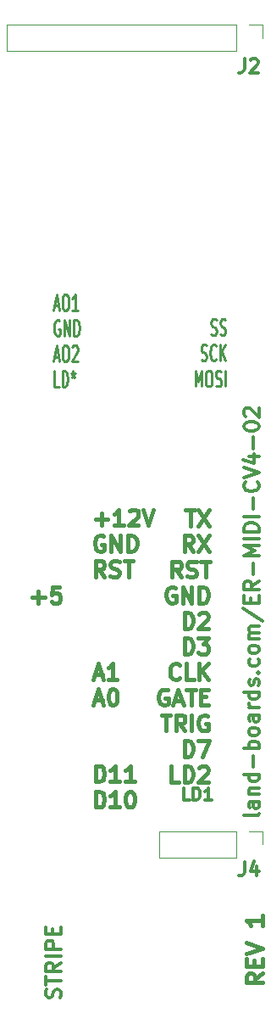
<source format=gto>
%TF.GenerationSoftware,KiCad,Pcbnew,(6.0.1)*%
%TF.CreationDate,2022-11-12T11:03:44-05:00*%
%TF.ProjectId,ER-MIDI-CV4-02_DB,45522d4d-4944-4492-9d43-56342d30325f,1*%
%TF.SameCoordinates,Original*%
%TF.FileFunction,Legend,Top*%
%TF.FilePolarity,Positive*%
%FSLAX46Y46*%
G04 Gerber Fmt 4.6, Leading zero omitted, Abs format (unit mm)*
G04 Created by KiCad (PCBNEW (6.0.1)) date 2022-11-12 11:03:44*
%MOMM*%
%LPD*%
G01*
G04 APERTURE LIST*
%ADD10C,0.375000*%
%ADD11C,0.412750*%
%ADD12C,0.396875*%
%ADD13C,0.238125*%
%ADD14C,0.300000*%
%ADD15C,0.349250*%
%ADD16C,0.120000*%
G04 APERTURE END LIST*
D10*
X107606142Y-131285714D02*
X107677571Y-131071428D01*
X107677571Y-130714285D01*
X107606142Y-130571428D01*
X107534714Y-130500000D01*
X107391857Y-130428571D01*
X107249000Y-130428571D01*
X107106142Y-130500000D01*
X107034714Y-130571428D01*
X106963285Y-130714285D01*
X106891857Y-131000000D01*
X106820428Y-131142857D01*
X106749000Y-131214285D01*
X106606142Y-131285714D01*
X106463285Y-131285714D01*
X106320428Y-131214285D01*
X106249000Y-131142857D01*
X106177571Y-131000000D01*
X106177571Y-130642857D01*
X106249000Y-130428571D01*
X106177571Y-130000000D02*
X106177571Y-129142857D01*
X107677571Y-129571428D02*
X106177571Y-129571428D01*
X107677571Y-127785714D02*
X106963285Y-128285714D01*
X107677571Y-128642857D02*
X106177571Y-128642857D01*
X106177571Y-128071428D01*
X106249000Y-127928571D01*
X106320428Y-127857142D01*
X106463285Y-127785714D01*
X106677571Y-127785714D01*
X106820428Y-127857142D01*
X106891857Y-127928571D01*
X106963285Y-128071428D01*
X106963285Y-128642857D01*
X107677571Y-127142857D02*
X106177571Y-127142857D01*
X107677571Y-126428571D02*
X106177571Y-126428571D01*
X106177571Y-125857142D01*
X106249000Y-125714285D01*
X106320428Y-125642857D01*
X106463285Y-125571428D01*
X106677571Y-125571428D01*
X106820428Y-125642857D01*
X106891857Y-125714285D01*
X106963285Y-125857142D01*
X106963285Y-126428571D01*
X106891857Y-124928571D02*
X106891857Y-124428571D01*
X107677571Y-124214285D02*
X107677571Y-124928571D01*
X106177571Y-124928571D01*
X106177571Y-124214285D01*
D11*
X127873880Y-128850571D02*
X127087690Y-129400904D01*
X127873880Y-129794000D02*
X126222880Y-129794000D01*
X126222880Y-129165047D01*
X126301500Y-129007809D01*
X126380119Y-128929190D01*
X126537357Y-128850571D01*
X126773214Y-128850571D01*
X126930452Y-128929190D01*
X127009071Y-129007809D01*
X127087690Y-129165047D01*
X127087690Y-129794000D01*
X127009071Y-128143000D02*
X127009071Y-127592666D01*
X127873880Y-127356809D02*
X127873880Y-128143000D01*
X126222880Y-128143000D01*
X126222880Y-127356809D01*
X126222880Y-126885095D02*
X127873880Y-126334761D01*
X126222880Y-125784428D01*
X127873880Y-123111380D02*
X127873880Y-124054809D01*
X127873880Y-123583095D02*
X126222880Y-123583095D01*
X126458738Y-123740333D01*
X126615976Y-123897571D01*
X126694595Y-124054809D01*
D12*
X120171801Y-82617279D02*
X121078944Y-82617279D01*
X120625372Y-84204779D02*
X120625372Y-82617279D01*
X121456920Y-82617279D02*
X122515253Y-84204779D01*
X122515253Y-82617279D02*
X121456920Y-84204779D01*
X120927753Y-86760654D02*
X120398586Y-86004702D01*
X120020610Y-86760654D02*
X120020610Y-85173154D01*
X120625372Y-85173154D01*
X120776563Y-85248750D01*
X120852158Y-85324345D01*
X120927753Y-85475535D01*
X120927753Y-85702321D01*
X120852158Y-85853511D01*
X120776563Y-85929107D01*
X120625372Y-86004702D01*
X120020610Y-86004702D01*
X121456920Y-85173154D02*
X122515253Y-86760654D01*
X122515253Y-85173154D02*
X121456920Y-86760654D01*
X119718229Y-89316529D02*
X119189063Y-88560577D01*
X118811086Y-89316529D02*
X118811086Y-87729029D01*
X119415848Y-87729029D01*
X119567039Y-87804625D01*
X119642634Y-87880220D01*
X119718229Y-88031410D01*
X119718229Y-88258196D01*
X119642634Y-88409386D01*
X119567039Y-88484982D01*
X119415848Y-88560577D01*
X118811086Y-88560577D01*
X120322991Y-89240934D02*
X120549777Y-89316529D01*
X120927753Y-89316529D01*
X121078944Y-89240934D01*
X121154539Y-89165339D01*
X121230134Y-89014148D01*
X121230134Y-88862958D01*
X121154539Y-88711767D01*
X121078944Y-88636172D01*
X120927753Y-88560577D01*
X120625372Y-88484982D01*
X120474182Y-88409386D01*
X120398586Y-88333791D01*
X120322991Y-88182601D01*
X120322991Y-88031410D01*
X120398586Y-87880220D01*
X120474182Y-87804625D01*
X120625372Y-87729029D01*
X121003348Y-87729029D01*
X121230134Y-87804625D01*
X121683705Y-87729029D02*
X122590848Y-87729029D01*
X122137277Y-89316529D02*
X122137277Y-87729029D01*
X119113467Y-90360500D02*
X118962277Y-90284904D01*
X118735491Y-90284904D01*
X118508705Y-90360500D01*
X118357515Y-90511690D01*
X118281920Y-90662880D01*
X118206324Y-90965261D01*
X118206324Y-91192047D01*
X118281920Y-91494428D01*
X118357515Y-91645619D01*
X118508705Y-91796809D01*
X118735491Y-91872404D01*
X118886682Y-91872404D01*
X119113467Y-91796809D01*
X119189063Y-91721214D01*
X119189063Y-91192047D01*
X118886682Y-91192047D01*
X119869420Y-91872404D02*
X119869420Y-90284904D01*
X120776563Y-91872404D01*
X120776563Y-90284904D01*
X121532515Y-91872404D02*
X121532515Y-90284904D01*
X121910491Y-90284904D01*
X122137277Y-90360500D01*
X122288467Y-90511690D01*
X122364063Y-90662880D01*
X122439658Y-90965261D01*
X122439658Y-91192047D01*
X122364063Y-91494428D01*
X122288467Y-91645619D01*
X122137277Y-91796809D01*
X121910491Y-91872404D01*
X121532515Y-91872404D01*
X120020610Y-94428279D02*
X120020610Y-92840779D01*
X120398586Y-92840779D01*
X120625372Y-92916375D01*
X120776563Y-93067565D01*
X120852158Y-93218755D01*
X120927753Y-93521136D01*
X120927753Y-93747922D01*
X120852158Y-94050303D01*
X120776563Y-94201494D01*
X120625372Y-94352684D01*
X120398586Y-94428279D01*
X120020610Y-94428279D01*
X121532515Y-92991970D02*
X121608110Y-92916375D01*
X121759301Y-92840779D01*
X122137277Y-92840779D01*
X122288467Y-92916375D01*
X122364063Y-92991970D01*
X122439658Y-93143160D01*
X122439658Y-93294351D01*
X122364063Y-93521136D01*
X121456920Y-94428279D01*
X122439658Y-94428279D01*
X120020610Y-96984154D02*
X120020610Y-95396654D01*
X120398586Y-95396654D01*
X120625372Y-95472250D01*
X120776563Y-95623440D01*
X120852158Y-95774630D01*
X120927753Y-96077011D01*
X120927753Y-96303797D01*
X120852158Y-96606178D01*
X120776563Y-96757369D01*
X120625372Y-96908559D01*
X120398586Y-96984154D01*
X120020610Y-96984154D01*
X121456920Y-95396654D02*
X122439658Y-95396654D01*
X121910491Y-96001416D01*
X122137277Y-96001416D01*
X122288467Y-96077011D01*
X122364063Y-96152607D01*
X122439658Y-96303797D01*
X122439658Y-96681773D01*
X122364063Y-96832964D01*
X122288467Y-96908559D01*
X122137277Y-96984154D01*
X121683705Y-96984154D01*
X121532515Y-96908559D01*
X121456920Y-96832964D01*
X119567039Y-99388839D02*
X119491444Y-99464434D01*
X119264658Y-99540029D01*
X119113467Y-99540029D01*
X118886682Y-99464434D01*
X118735491Y-99313244D01*
X118659896Y-99162053D01*
X118584301Y-98859672D01*
X118584301Y-98632886D01*
X118659896Y-98330505D01*
X118735491Y-98179315D01*
X118886682Y-98028125D01*
X119113467Y-97952529D01*
X119264658Y-97952529D01*
X119491444Y-98028125D01*
X119567039Y-98103720D01*
X121003348Y-99540029D02*
X120247396Y-99540029D01*
X120247396Y-97952529D01*
X121532515Y-99540029D02*
X121532515Y-97952529D01*
X122439658Y-99540029D02*
X121759301Y-98632886D01*
X122439658Y-97952529D02*
X121532515Y-98859672D01*
X118357515Y-100584000D02*
X118206324Y-100508404D01*
X117979539Y-100508404D01*
X117752753Y-100584000D01*
X117601563Y-100735190D01*
X117525967Y-100886380D01*
X117450372Y-101188761D01*
X117450372Y-101415547D01*
X117525967Y-101717928D01*
X117601563Y-101869119D01*
X117752753Y-102020309D01*
X117979539Y-102095904D01*
X118130729Y-102095904D01*
X118357515Y-102020309D01*
X118433110Y-101944714D01*
X118433110Y-101415547D01*
X118130729Y-101415547D01*
X119037872Y-101642333D02*
X119793824Y-101642333D01*
X118886682Y-102095904D02*
X119415848Y-100508404D01*
X119945015Y-102095904D01*
X120247396Y-100508404D02*
X121154539Y-100508404D01*
X120700967Y-102095904D02*
X120700967Y-100508404D01*
X121683705Y-101264357D02*
X122212872Y-101264357D01*
X122439658Y-102095904D02*
X121683705Y-102095904D01*
X121683705Y-100508404D01*
X122439658Y-100508404D01*
X117752753Y-103064279D02*
X118659896Y-103064279D01*
X118206324Y-104651779D02*
X118206324Y-103064279D01*
X120096205Y-104651779D02*
X119567039Y-103895827D01*
X119189063Y-104651779D02*
X119189063Y-103064279D01*
X119793824Y-103064279D01*
X119945015Y-103139875D01*
X120020610Y-103215470D01*
X120096205Y-103366660D01*
X120096205Y-103593446D01*
X120020610Y-103744636D01*
X119945015Y-103820232D01*
X119793824Y-103895827D01*
X119189063Y-103895827D01*
X120776563Y-104651779D02*
X120776563Y-103064279D01*
X122364063Y-103139875D02*
X122212872Y-103064279D01*
X121986086Y-103064279D01*
X121759301Y-103139875D01*
X121608110Y-103291065D01*
X121532515Y-103442255D01*
X121456920Y-103744636D01*
X121456920Y-103971422D01*
X121532515Y-104273803D01*
X121608110Y-104424994D01*
X121759301Y-104576184D01*
X121986086Y-104651779D01*
X122137277Y-104651779D01*
X122364063Y-104576184D01*
X122439658Y-104500589D01*
X122439658Y-103971422D01*
X122137277Y-103971422D01*
X120020610Y-107207654D02*
X120020610Y-105620154D01*
X120398586Y-105620154D01*
X120625372Y-105695750D01*
X120776563Y-105846940D01*
X120852158Y-105998130D01*
X120927753Y-106300511D01*
X120927753Y-106527297D01*
X120852158Y-106829678D01*
X120776563Y-106980869D01*
X120625372Y-107132059D01*
X120398586Y-107207654D01*
X120020610Y-107207654D01*
X121456920Y-105620154D02*
X122515253Y-105620154D01*
X121834896Y-107207654D01*
X119491444Y-109763529D02*
X118735491Y-109763529D01*
X118735491Y-108176029D01*
X120020610Y-109763529D02*
X120020610Y-108176029D01*
X120398586Y-108176029D01*
X120625372Y-108251625D01*
X120776563Y-108402815D01*
X120852158Y-108554005D01*
X120927753Y-108856386D01*
X120927753Y-109083172D01*
X120852158Y-109385553D01*
X120776563Y-109536744D01*
X120625372Y-109687934D01*
X120398586Y-109763529D01*
X120020610Y-109763529D01*
X121532515Y-108327220D02*
X121608110Y-108251625D01*
X121759301Y-108176029D01*
X122137277Y-108176029D01*
X122288467Y-108251625D01*
X122364063Y-108327220D01*
X122439658Y-108478410D01*
X122439658Y-108629601D01*
X122364063Y-108856386D01*
X121456920Y-109763529D01*
X122439658Y-109763529D01*
D10*
X127478571Y-112907142D02*
X127407142Y-113050000D01*
X127264285Y-113121428D01*
X125978571Y-113121428D01*
X127478571Y-111692857D02*
X126692857Y-111692857D01*
X126550000Y-111764285D01*
X126478571Y-111907142D01*
X126478571Y-112192857D01*
X126550000Y-112335714D01*
X127407142Y-111692857D02*
X127478571Y-111835714D01*
X127478571Y-112192857D01*
X127407142Y-112335714D01*
X127264285Y-112407142D01*
X127121428Y-112407142D01*
X126978571Y-112335714D01*
X126907142Y-112192857D01*
X126907142Y-111835714D01*
X126835714Y-111692857D01*
X126478571Y-110978571D02*
X127478571Y-110978571D01*
X126621428Y-110978571D02*
X126550000Y-110907142D01*
X126478571Y-110764285D01*
X126478571Y-110550000D01*
X126550000Y-110407142D01*
X126692857Y-110335714D01*
X127478571Y-110335714D01*
X127478571Y-108978571D02*
X125978571Y-108978571D01*
X127407142Y-108978571D02*
X127478571Y-109121428D01*
X127478571Y-109407142D01*
X127407142Y-109550000D01*
X127335714Y-109621428D01*
X127192857Y-109692857D01*
X126764285Y-109692857D01*
X126621428Y-109621428D01*
X126550000Y-109550000D01*
X126478571Y-109407142D01*
X126478571Y-109121428D01*
X126550000Y-108978571D01*
X126907142Y-108264285D02*
X126907142Y-107121428D01*
X127478571Y-106407142D02*
X125978571Y-106407142D01*
X126550000Y-106407142D02*
X126478571Y-106264285D01*
X126478571Y-105978571D01*
X126550000Y-105835714D01*
X126621428Y-105764285D01*
X126764285Y-105692857D01*
X127192857Y-105692857D01*
X127335714Y-105764285D01*
X127407142Y-105835714D01*
X127478571Y-105978571D01*
X127478571Y-106264285D01*
X127407142Y-106407142D01*
X127478571Y-104835714D02*
X127407142Y-104978571D01*
X127335714Y-105050000D01*
X127192857Y-105121428D01*
X126764285Y-105121428D01*
X126621428Y-105050000D01*
X126550000Y-104978571D01*
X126478571Y-104835714D01*
X126478571Y-104621428D01*
X126550000Y-104478571D01*
X126621428Y-104407142D01*
X126764285Y-104335714D01*
X127192857Y-104335714D01*
X127335714Y-104407142D01*
X127407142Y-104478571D01*
X127478571Y-104621428D01*
X127478571Y-104835714D01*
X127478571Y-103050000D02*
X126692857Y-103050000D01*
X126550000Y-103121428D01*
X126478571Y-103264285D01*
X126478571Y-103550000D01*
X126550000Y-103692857D01*
X127407142Y-103050000D02*
X127478571Y-103192857D01*
X127478571Y-103550000D01*
X127407142Y-103692857D01*
X127264285Y-103764285D01*
X127121428Y-103764285D01*
X126978571Y-103692857D01*
X126907142Y-103550000D01*
X126907142Y-103192857D01*
X126835714Y-103050000D01*
X127478571Y-102335714D02*
X126478571Y-102335714D01*
X126764285Y-102335714D02*
X126621428Y-102264285D01*
X126550000Y-102192857D01*
X126478571Y-102050000D01*
X126478571Y-101907142D01*
X127478571Y-100764285D02*
X125978571Y-100764285D01*
X127407142Y-100764285D02*
X127478571Y-100907142D01*
X127478571Y-101192857D01*
X127407142Y-101335714D01*
X127335714Y-101407142D01*
X127192857Y-101478571D01*
X126764285Y-101478571D01*
X126621428Y-101407142D01*
X126550000Y-101335714D01*
X126478571Y-101192857D01*
X126478571Y-100907142D01*
X126550000Y-100764285D01*
X127407142Y-100121428D02*
X127478571Y-99978571D01*
X127478571Y-99692857D01*
X127407142Y-99550000D01*
X127264285Y-99478571D01*
X127192857Y-99478571D01*
X127050000Y-99550000D01*
X126978571Y-99692857D01*
X126978571Y-99907142D01*
X126907142Y-100050000D01*
X126764285Y-100121428D01*
X126692857Y-100121428D01*
X126550000Y-100050000D01*
X126478571Y-99907142D01*
X126478571Y-99692857D01*
X126550000Y-99550000D01*
X127335714Y-98835714D02*
X127407142Y-98764285D01*
X127478571Y-98835714D01*
X127407142Y-98907142D01*
X127335714Y-98835714D01*
X127478571Y-98835714D01*
X127407142Y-97478571D02*
X127478571Y-97621428D01*
X127478571Y-97907142D01*
X127407142Y-98050000D01*
X127335714Y-98121428D01*
X127192857Y-98192857D01*
X126764285Y-98192857D01*
X126621428Y-98121428D01*
X126550000Y-98050000D01*
X126478571Y-97907142D01*
X126478571Y-97621428D01*
X126550000Y-97478571D01*
X127478571Y-96621428D02*
X127407142Y-96764285D01*
X127335714Y-96835714D01*
X127192857Y-96907142D01*
X126764285Y-96907142D01*
X126621428Y-96835714D01*
X126550000Y-96764285D01*
X126478571Y-96621428D01*
X126478571Y-96407142D01*
X126550000Y-96264285D01*
X126621428Y-96192857D01*
X126764285Y-96121428D01*
X127192857Y-96121428D01*
X127335714Y-96192857D01*
X127407142Y-96264285D01*
X127478571Y-96407142D01*
X127478571Y-96621428D01*
X127478571Y-95478571D02*
X126478571Y-95478571D01*
X126621428Y-95478571D02*
X126550000Y-95407142D01*
X126478571Y-95264285D01*
X126478571Y-95050000D01*
X126550000Y-94907142D01*
X126692857Y-94835714D01*
X127478571Y-94835714D01*
X126692857Y-94835714D02*
X126550000Y-94764285D01*
X126478571Y-94621428D01*
X126478571Y-94407142D01*
X126550000Y-94264285D01*
X126692857Y-94192857D01*
X127478571Y-94192857D01*
X125907142Y-92407142D02*
X127835714Y-93692857D01*
X126692857Y-91907142D02*
X126692857Y-91407142D01*
X127478571Y-91192857D02*
X127478571Y-91907142D01*
X125978571Y-91907142D01*
X125978571Y-91192857D01*
X127478571Y-89692857D02*
X126764285Y-90192857D01*
X127478571Y-90550000D02*
X125978571Y-90550000D01*
X125978571Y-89978571D01*
X126050000Y-89835714D01*
X126121428Y-89764285D01*
X126264285Y-89692857D01*
X126478571Y-89692857D01*
X126621428Y-89764285D01*
X126692857Y-89835714D01*
X126764285Y-89978571D01*
X126764285Y-90550000D01*
X126907142Y-89050000D02*
X126907142Y-87907142D01*
X127478571Y-87192857D02*
X125978571Y-87192857D01*
X127050000Y-86692857D01*
X125978571Y-86192857D01*
X127478571Y-86192857D01*
X127478571Y-85478571D02*
X125978571Y-85478571D01*
X127478571Y-84764285D02*
X125978571Y-84764285D01*
X125978571Y-84407142D01*
X126050000Y-84192857D01*
X126192857Y-84050000D01*
X126335714Y-83978571D01*
X126621428Y-83907142D01*
X126835714Y-83907142D01*
X127121428Y-83978571D01*
X127264285Y-84050000D01*
X127407142Y-84192857D01*
X127478571Y-84407142D01*
X127478571Y-84764285D01*
X127478571Y-83264285D02*
X125978571Y-83264285D01*
X126907142Y-82550000D02*
X126907142Y-81407142D01*
X127335714Y-79835714D02*
X127407142Y-79907142D01*
X127478571Y-80121428D01*
X127478571Y-80264285D01*
X127407142Y-80478571D01*
X127264285Y-80621428D01*
X127121428Y-80692857D01*
X126835714Y-80764285D01*
X126621428Y-80764285D01*
X126335714Y-80692857D01*
X126192857Y-80621428D01*
X126050000Y-80478571D01*
X125978571Y-80264285D01*
X125978571Y-80121428D01*
X126050000Y-79907142D01*
X126121428Y-79835714D01*
X125978571Y-79407142D02*
X127478571Y-78907142D01*
X125978571Y-78407142D01*
X126478571Y-77264285D02*
X127478571Y-77264285D01*
X125907142Y-77621428D02*
X126978571Y-77978571D01*
X126978571Y-77050000D01*
X126907142Y-76478571D02*
X126907142Y-75335714D01*
X125978571Y-74335714D02*
X125978571Y-74192857D01*
X126050000Y-74050000D01*
X126121428Y-73978571D01*
X126264285Y-73907142D01*
X126550000Y-73835714D01*
X126907142Y-73835714D01*
X127192857Y-73907142D01*
X127335714Y-73978571D01*
X127407142Y-74050000D01*
X127478571Y-74192857D01*
X127478571Y-74335714D01*
X127407142Y-74478571D01*
X127335714Y-74550000D01*
X127192857Y-74621428D01*
X126907142Y-74692857D01*
X126550000Y-74692857D01*
X126264285Y-74621428D01*
X126121428Y-74550000D01*
X126050000Y-74478571D01*
X125978571Y-74335714D01*
X126121428Y-73264285D02*
X126050000Y-73192857D01*
X125978571Y-73050000D01*
X125978571Y-72692857D01*
X126050000Y-72550000D01*
X126121428Y-72478571D01*
X126264285Y-72407142D01*
X126407142Y-72407142D01*
X126621428Y-72478571D01*
X127478571Y-73335714D01*
X127478571Y-72407142D01*
D12*
X104846626Y-91299392D02*
X106056150Y-91299392D01*
X105451388Y-91904154D02*
X105451388Y-90694630D01*
X107568055Y-90316654D02*
X106812102Y-90316654D01*
X106736507Y-91072607D01*
X106812102Y-90997011D01*
X106963293Y-90921416D01*
X107341269Y-90921416D01*
X107492459Y-90997011D01*
X107568055Y-91072607D01*
X107643650Y-91223797D01*
X107643650Y-91601773D01*
X107568055Y-91752964D01*
X107492459Y-91828559D01*
X107341269Y-91904154D01*
X106963293Y-91904154D01*
X106812102Y-91828559D01*
X106736507Y-91752964D01*
D13*
X107016209Y-62216771D02*
X107469781Y-62216771D01*
X106925495Y-62670342D02*
X107242995Y-61082842D01*
X107560495Y-62670342D01*
X108059424Y-61082842D02*
X108240852Y-61082842D01*
X108331566Y-61158438D01*
X108422281Y-61309628D01*
X108467638Y-61612009D01*
X108467638Y-62141176D01*
X108422281Y-62443557D01*
X108331566Y-62594747D01*
X108240852Y-62670342D01*
X108059424Y-62670342D01*
X107968709Y-62594747D01*
X107877995Y-62443557D01*
X107832638Y-62141176D01*
X107832638Y-61612009D01*
X107877995Y-61309628D01*
X107968709Y-61158438D01*
X108059424Y-61082842D01*
X109374781Y-62670342D02*
X108830495Y-62670342D01*
X109102638Y-62670342D02*
X109102638Y-61082842D01*
X109011924Y-61309628D01*
X108921209Y-61460818D01*
X108830495Y-61536414D01*
X107560495Y-63714313D02*
X107469781Y-63638717D01*
X107333709Y-63638717D01*
X107197638Y-63714313D01*
X107106924Y-63865503D01*
X107061566Y-64016693D01*
X107016209Y-64319074D01*
X107016209Y-64545860D01*
X107061566Y-64848241D01*
X107106924Y-64999432D01*
X107197638Y-65150622D01*
X107333709Y-65226217D01*
X107424424Y-65226217D01*
X107560495Y-65150622D01*
X107605852Y-65075027D01*
X107605852Y-64545860D01*
X107424424Y-64545860D01*
X108014066Y-65226217D02*
X108014066Y-63638717D01*
X108558352Y-65226217D01*
X108558352Y-63638717D01*
X109011924Y-65226217D02*
X109011924Y-63638717D01*
X109238709Y-63638717D01*
X109374781Y-63714313D01*
X109465495Y-63865503D01*
X109510852Y-64016693D01*
X109556209Y-64319074D01*
X109556209Y-64545860D01*
X109510852Y-64848241D01*
X109465495Y-64999432D01*
X109374781Y-65150622D01*
X109238709Y-65226217D01*
X109011924Y-65226217D01*
X107016209Y-67328521D02*
X107469781Y-67328521D01*
X106925495Y-67782092D02*
X107242995Y-66194592D01*
X107560495Y-67782092D01*
X108059424Y-66194592D02*
X108240852Y-66194592D01*
X108331566Y-66270188D01*
X108422281Y-66421378D01*
X108467638Y-66723759D01*
X108467638Y-67252926D01*
X108422281Y-67555307D01*
X108331566Y-67706497D01*
X108240852Y-67782092D01*
X108059424Y-67782092D01*
X107968709Y-67706497D01*
X107877995Y-67555307D01*
X107832638Y-67252926D01*
X107832638Y-66723759D01*
X107877995Y-66421378D01*
X107968709Y-66270188D01*
X108059424Y-66194592D01*
X108830495Y-66345783D02*
X108875852Y-66270188D01*
X108966566Y-66194592D01*
X109193352Y-66194592D01*
X109284066Y-66270188D01*
X109329424Y-66345783D01*
X109374781Y-66496973D01*
X109374781Y-66648164D01*
X109329424Y-66874949D01*
X108785138Y-67782092D01*
X109374781Y-67782092D01*
X107515138Y-70337967D02*
X107061566Y-70337967D01*
X107061566Y-68750467D01*
X107832638Y-70337967D02*
X107832638Y-68750467D01*
X108059424Y-68750467D01*
X108195495Y-68826063D01*
X108286209Y-68977253D01*
X108331566Y-69128443D01*
X108376924Y-69430824D01*
X108376924Y-69657610D01*
X108331566Y-69959991D01*
X108286209Y-70111182D01*
X108195495Y-70262372D01*
X108059424Y-70337967D01*
X107832638Y-70337967D01*
X108921209Y-68750467D02*
X108921209Y-69128443D01*
X108694424Y-68977253D02*
X108921209Y-69128443D01*
X109147995Y-68977253D01*
X108785138Y-69430824D02*
X108921209Y-69128443D01*
X109057281Y-69430824D01*
D12*
X111135952Y-83556088D02*
X112345476Y-83556088D01*
X111740714Y-84160850D02*
X111740714Y-82951326D01*
X113932976Y-84160850D02*
X113025833Y-84160850D01*
X113479405Y-84160850D02*
X113479405Y-82573350D01*
X113328214Y-82800136D01*
X113177024Y-82951326D01*
X113025833Y-83026922D01*
X114537738Y-82724541D02*
X114613333Y-82648946D01*
X114764524Y-82573350D01*
X115142500Y-82573350D01*
X115293691Y-82648946D01*
X115369286Y-82724541D01*
X115444881Y-82875731D01*
X115444881Y-83026922D01*
X115369286Y-83253707D01*
X114462143Y-84160850D01*
X115444881Y-84160850D01*
X115898452Y-82573350D02*
X116427619Y-84160850D01*
X116956786Y-82573350D01*
X111967500Y-85204821D02*
X111816310Y-85129225D01*
X111589524Y-85129225D01*
X111362738Y-85204821D01*
X111211548Y-85356011D01*
X111135952Y-85507201D01*
X111060357Y-85809582D01*
X111060357Y-86036368D01*
X111135952Y-86338749D01*
X111211548Y-86489940D01*
X111362738Y-86641130D01*
X111589524Y-86716725D01*
X111740714Y-86716725D01*
X111967500Y-86641130D01*
X112043095Y-86565535D01*
X112043095Y-86036368D01*
X111740714Y-86036368D01*
X112723452Y-86716725D02*
X112723452Y-85129225D01*
X113630595Y-86716725D01*
X113630595Y-85129225D01*
X114386548Y-86716725D02*
X114386548Y-85129225D01*
X114764524Y-85129225D01*
X114991310Y-85204821D01*
X115142500Y-85356011D01*
X115218095Y-85507201D01*
X115293691Y-85809582D01*
X115293691Y-86036368D01*
X115218095Y-86338749D01*
X115142500Y-86489940D01*
X114991310Y-86641130D01*
X114764524Y-86716725D01*
X114386548Y-86716725D01*
X112043095Y-89272600D02*
X111513929Y-88516648D01*
X111135952Y-89272600D02*
X111135952Y-87685100D01*
X111740714Y-87685100D01*
X111891905Y-87760696D01*
X111967500Y-87836291D01*
X112043095Y-87987481D01*
X112043095Y-88214267D01*
X111967500Y-88365457D01*
X111891905Y-88441053D01*
X111740714Y-88516648D01*
X111135952Y-88516648D01*
X112647857Y-89197005D02*
X112874643Y-89272600D01*
X113252619Y-89272600D01*
X113403810Y-89197005D01*
X113479405Y-89121410D01*
X113555000Y-88970219D01*
X113555000Y-88819029D01*
X113479405Y-88667838D01*
X113403810Y-88592243D01*
X113252619Y-88516648D01*
X112950238Y-88441053D01*
X112799048Y-88365457D01*
X112723452Y-88289862D01*
X112647857Y-88138672D01*
X112647857Y-87987481D01*
X112723452Y-87836291D01*
X112799048Y-87760696D01*
X112950238Y-87685100D01*
X113328214Y-87685100D01*
X113555000Y-87760696D01*
X114008571Y-87685100D02*
X114915714Y-87685100D01*
X114462143Y-89272600D02*
X114462143Y-87685100D01*
X111060357Y-99042529D02*
X111816310Y-99042529D01*
X110909167Y-99496100D02*
X111438333Y-97908600D01*
X111967500Y-99496100D01*
X113328214Y-99496100D02*
X112421071Y-99496100D01*
X112874643Y-99496100D02*
X112874643Y-97908600D01*
X112723452Y-98135386D01*
X112572262Y-98286576D01*
X112421071Y-98362172D01*
X111060357Y-101598404D02*
X111816310Y-101598404D01*
X110909167Y-102051975D02*
X111438333Y-100464475D01*
X111967500Y-102051975D01*
X112799048Y-100464475D02*
X112950238Y-100464475D01*
X113101429Y-100540071D01*
X113177024Y-100615666D01*
X113252619Y-100766856D01*
X113328214Y-101069237D01*
X113328214Y-101447213D01*
X113252619Y-101749594D01*
X113177024Y-101900785D01*
X113101429Y-101976380D01*
X112950238Y-102051975D01*
X112799048Y-102051975D01*
X112647857Y-101976380D01*
X112572262Y-101900785D01*
X112496667Y-101749594D01*
X112421071Y-101447213D01*
X112421071Y-101069237D01*
X112496667Y-100766856D01*
X112572262Y-100615666D01*
X112647857Y-100540071D01*
X112799048Y-100464475D01*
X111135952Y-109719600D02*
X111135952Y-108132100D01*
X111513929Y-108132100D01*
X111740714Y-108207696D01*
X111891905Y-108358886D01*
X111967500Y-108510076D01*
X112043095Y-108812457D01*
X112043095Y-109039243D01*
X111967500Y-109341624D01*
X111891905Y-109492815D01*
X111740714Y-109644005D01*
X111513929Y-109719600D01*
X111135952Y-109719600D01*
X113555000Y-109719600D02*
X112647857Y-109719600D01*
X113101429Y-109719600D02*
X113101429Y-108132100D01*
X112950238Y-108358886D01*
X112799048Y-108510076D01*
X112647857Y-108585672D01*
X115066905Y-109719600D02*
X114159762Y-109719600D01*
X114613333Y-109719600D02*
X114613333Y-108132100D01*
X114462143Y-108358886D01*
X114310952Y-108510076D01*
X114159762Y-108585672D01*
X111135952Y-112275475D02*
X111135952Y-110687975D01*
X111513929Y-110687975D01*
X111740714Y-110763571D01*
X111891905Y-110914761D01*
X111967500Y-111065951D01*
X112043095Y-111368332D01*
X112043095Y-111595118D01*
X111967500Y-111897499D01*
X111891905Y-112048690D01*
X111740714Y-112199880D01*
X111513929Y-112275475D01*
X111135952Y-112275475D01*
X113555000Y-112275475D02*
X112647857Y-112275475D01*
X113101429Y-112275475D02*
X113101429Y-110687975D01*
X112950238Y-110914761D01*
X112799048Y-111065951D01*
X112647857Y-111141547D01*
X114537738Y-110687975D02*
X114688929Y-110687975D01*
X114840119Y-110763571D01*
X114915714Y-110839166D01*
X114991310Y-110990356D01*
X115066905Y-111292737D01*
X115066905Y-111670713D01*
X114991310Y-111973094D01*
X114915714Y-112124285D01*
X114840119Y-112199880D01*
X114688929Y-112275475D01*
X114537738Y-112275475D01*
X114386548Y-112199880D01*
X114310952Y-112124285D01*
X114235357Y-111973094D01*
X114159762Y-111670713D01*
X114159762Y-111292737D01*
X114235357Y-110990356D01*
X114310952Y-110839166D01*
X114386548Y-110763571D01*
X114537738Y-110687975D01*
D14*
X120537857Y-111540857D02*
X119966428Y-111540857D01*
X119966428Y-110340857D01*
X120937857Y-111540857D02*
X120937857Y-110340857D01*
X121223571Y-110340857D01*
X121395000Y-110398000D01*
X121509285Y-110512285D01*
X121566428Y-110626571D01*
X121623571Y-110855142D01*
X121623571Y-111026571D01*
X121566428Y-111255142D01*
X121509285Y-111369428D01*
X121395000Y-111483714D01*
X121223571Y-111540857D01*
X120937857Y-111540857D01*
X122766428Y-111540857D02*
X122080714Y-111540857D01*
X122423571Y-111540857D02*
X122423571Y-110340857D01*
X122309285Y-110512285D01*
X122195000Y-110626571D01*
X122080714Y-110683714D01*
D13*
X122712366Y-65086677D02*
X122848438Y-65162272D01*
X123075223Y-65162272D01*
X123165938Y-65086677D01*
X123211295Y-65011082D01*
X123256652Y-64859891D01*
X123256652Y-64708701D01*
X123211295Y-64557510D01*
X123165938Y-64481915D01*
X123075223Y-64406320D01*
X122893795Y-64330725D01*
X122803080Y-64255129D01*
X122757723Y-64179534D01*
X122712366Y-64028344D01*
X122712366Y-63877153D01*
X122757723Y-63725963D01*
X122803080Y-63650368D01*
X122893795Y-63574772D01*
X123120580Y-63574772D01*
X123256652Y-63650368D01*
X123619509Y-65086677D02*
X123755580Y-65162272D01*
X123982366Y-65162272D01*
X124073080Y-65086677D01*
X124118438Y-65011082D01*
X124163795Y-64859891D01*
X124163795Y-64708701D01*
X124118438Y-64557510D01*
X124073080Y-64481915D01*
X123982366Y-64406320D01*
X123800938Y-64330725D01*
X123710223Y-64255129D01*
X123664866Y-64179534D01*
X123619509Y-64028344D01*
X123619509Y-63877153D01*
X123664866Y-63725963D01*
X123710223Y-63650368D01*
X123800938Y-63574772D01*
X124027723Y-63574772D01*
X124163795Y-63650368D01*
X121714509Y-67642552D02*
X121850580Y-67718147D01*
X122077366Y-67718147D01*
X122168080Y-67642552D01*
X122213438Y-67566957D01*
X122258795Y-67415766D01*
X122258795Y-67264576D01*
X122213438Y-67113385D01*
X122168080Y-67037790D01*
X122077366Y-66962195D01*
X121895938Y-66886600D01*
X121805223Y-66811004D01*
X121759866Y-66735409D01*
X121714509Y-66584219D01*
X121714509Y-66433028D01*
X121759866Y-66281838D01*
X121805223Y-66206243D01*
X121895938Y-66130647D01*
X122122723Y-66130647D01*
X122258795Y-66206243D01*
X123211295Y-67566957D02*
X123165938Y-67642552D01*
X123029866Y-67718147D01*
X122939152Y-67718147D01*
X122803080Y-67642552D01*
X122712366Y-67491362D01*
X122667009Y-67340171D01*
X122621652Y-67037790D01*
X122621652Y-66811004D01*
X122667009Y-66508623D01*
X122712366Y-66357433D01*
X122803080Y-66206243D01*
X122939152Y-66130647D01*
X123029866Y-66130647D01*
X123165938Y-66206243D01*
X123211295Y-66281838D01*
X123619509Y-67718147D02*
X123619509Y-66130647D01*
X124163795Y-67718147D02*
X123755580Y-66811004D01*
X124163795Y-66130647D02*
X123619509Y-67037790D01*
X121124866Y-70274022D02*
X121124866Y-68686522D01*
X121442366Y-69820451D01*
X121759866Y-68686522D01*
X121759866Y-70274022D01*
X122394866Y-68686522D02*
X122576295Y-68686522D01*
X122667009Y-68762118D01*
X122757723Y-68913308D01*
X122803080Y-69215689D01*
X122803080Y-69744856D01*
X122757723Y-70047237D01*
X122667009Y-70198427D01*
X122576295Y-70274022D01*
X122394866Y-70274022D01*
X122304152Y-70198427D01*
X122213438Y-70047237D01*
X122168080Y-69744856D01*
X122168080Y-69215689D01*
X122213438Y-68913308D01*
X122304152Y-68762118D01*
X122394866Y-68686522D01*
X123165938Y-70198427D02*
X123302009Y-70274022D01*
X123528795Y-70274022D01*
X123619509Y-70198427D01*
X123664866Y-70122832D01*
X123710223Y-69971641D01*
X123710223Y-69820451D01*
X123664866Y-69669260D01*
X123619509Y-69593665D01*
X123528795Y-69518070D01*
X123347366Y-69442475D01*
X123256652Y-69366879D01*
X123211295Y-69291284D01*
X123165938Y-69140094D01*
X123165938Y-68988903D01*
X123211295Y-68837713D01*
X123256652Y-68762118D01*
X123347366Y-68686522D01*
X123574152Y-68686522D01*
X123710223Y-68762118D01*
X124118438Y-70274022D02*
X124118438Y-68686522D01*
D15*
%TO.C,J2*%
X126034334Y-37574976D02*
X126034334Y-38572833D01*
X125967810Y-38772404D01*
X125834762Y-38905452D01*
X125635191Y-38971976D01*
X125502143Y-38971976D01*
X126633048Y-37708023D02*
X126699572Y-37641500D01*
X126832620Y-37574976D01*
X127165239Y-37574976D01*
X127298286Y-37641500D01*
X127364810Y-37708023D01*
X127431334Y-37841071D01*
X127431334Y-37974119D01*
X127364810Y-38173690D01*
X126566524Y-38971976D01*
X127431334Y-38971976D01*
%TO.C,J4*%
X126034333Y-117734976D02*
X126034333Y-118732833D01*
X125967809Y-118932404D01*
X125834761Y-119065452D01*
X125635190Y-119131976D01*
X125502142Y-119131976D01*
X127298285Y-118200642D02*
X127298285Y-119131976D01*
X126965666Y-117668452D02*
X126633047Y-118666309D01*
X127497857Y-118666309D01*
D16*
%TO.C,J2*%
X127830000Y-34170000D02*
X127830000Y-35500000D01*
X125230000Y-36830000D02*
X102310000Y-36830000D01*
X125230000Y-34170000D02*
X125230000Y-36830000D01*
X125230000Y-34170000D02*
X102310000Y-34170000D01*
X102310000Y-34170000D02*
X102310000Y-36830000D01*
X126500000Y-34170000D02*
X127830000Y-34170000D01*
%TO.C,J4*%
X125230000Y-117330000D02*
X117550000Y-117330000D01*
X125230000Y-114670000D02*
X125230000Y-117330000D01*
X117550000Y-114670000D02*
X117550000Y-117330000D01*
X126500000Y-114670000D02*
X127830000Y-114670000D01*
X125230000Y-114670000D02*
X117550000Y-114670000D01*
X127830000Y-114670000D02*
X127830000Y-116000000D01*
%TD*%
M02*

</source>
